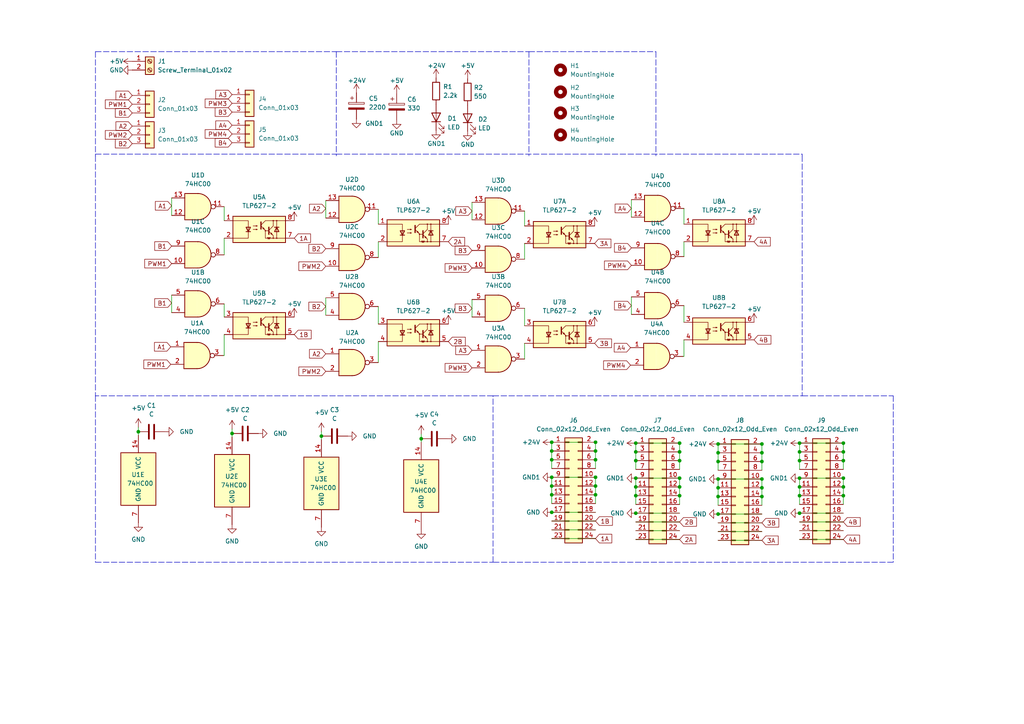
<source format=kicad_sch>
(kicad_sch (version 20211123) (generator eeschema)
  (paper "A4")
  (lib_symbols
    (symbol "74xx:74HC00" (pin_names (offset 1.016))
      (property "Reference" "U" (at 0 1.27 0))
      (property "Value" "74HC00" (at 0 -1.27 0))
      (symbol "74HC00_1_1"
        (pin input line (at -7.62 2.54 0) (length 3.81) (name "~") (number "1"))
        (pin input line (at -7.62 -2.54 0) (length 3.81) (name "~") (number "2"))
        (pin output inverted (at 7.62 0 180) (length 3.81) (name "~") (number "3"))
      )
      (symbol "74HC00_1_2"
        (pin input inverted (at -7.62 2.54 0) (length 4.318) (name "~") (number "1"))
        (pin input inverted (at -7.62 -2.54 0) (length 4.318) (name "~") (number "2"))
        (pin output line (at 7.62 0 180) (length 3.81) (name "~") (number "3"))
      )
      (symbol "74HC00_2_1"
        (pin input line (at -7.62 2.54 0) (length 3.81) (name "~") (number "4"))
        (pin input line (at -7.62 -2.54 0) (length 3.81) (name "~") (number "5"))
        (pin output inverted (at 7.62 0 180) (length 3.81) (name "~") (number "6"))
      )
      (symbol "74HC00_2_2"
        (pin input inverted (at -7.62 2.54 0) (length 4.318) (name "~") (number "4"))
        (pin input inverted (at -7.62 -2.54 0) (length 4.318) (name "~") (number "5"))
        (pin output line (at 7.62 0 180) (length 3.81) (name "~") (number "6"))
      )
      (symbol "74HC00_3_1"
        (pin input line (at -7.62 -2.54 0) (length 3.81) (name "~") (number "10"))
        (pin output inverted (at 7.62 0 180) (length 3.81) (name "~") (number "8"))
        (pin input line (at -7.62 2.54 0) (length 3.81) (name "~") (number "9"))
      )
      (symbol "74HC00_3_2"
        (pin input inverted (at -7.62 -2.54 0) (length 4.318) (name "~") (number "10"))
        (pin output line (at 7.62 0 180) (length 3.81) (name "~") (number "8"))
        (pin input inverted (at -7.62 2.54 0) (length 4.318) (name "~") (number "9"))
      )
      (symbol "74HC00_4_1"
        (pin output inverted (at 7.62 0 180) (length 3.81) (name "~") (number "11"))
        (pin input line (at -7.62 2.54 0) (length 3.81) (name "~") (number "12"))
        (pin input line (at -7.62 -2.54 0) (length 3.81) (name "~") (number "13"))
      )
      (symbol "74HC00_4_2"
        (pin output line (at 7.62 0 180) (length 3.81) (name "~") (number "11"))
        (pin input inverted (at -7.62 2.54 0) (length 4.318) (name "~") (number "12"))
        (pin input inverted (at -7.62 -2.54 0) (length 4.318) (name "~") (number "13"))
      )
      (symbol "74HC00_5_0"
        (pin power_in line (at 0 12.7 270) (length 5.08) (name "VCC") (number "14"))
        (pin power_in line (at 0 -12.7 90) (length 5.08) (name "GND") (number "7"))
      )
    )
    (symbol "Connector:Screw_Terminal_01x02" (pin_names (offset 1.016) hide)
      (property "Reference" "J" (at 0 2.54 0))
      (property "Value" "Screw_Terminal_01x02" (at 0 -5.08 0))
      (symbol "Screw_Terminal_01x02_1_1"
        (pin passive line (at -5.08 0 0) (length 3.81) (name "Pin_1") (number "1"))
        (pin passive line (at -5.08 -2.54 0) (length 3.81) (name "Pin_2") (number "2"))
      )
    )
    (symbol "Connector_Generic:Conn_01x03" (pin_names (offset 1.016) hide)
      (property "Reference" "J" (at 0 5.08 0))
      (property "Value" "Conn_01x03" (at 0 -5.08 0))
      (symbol "Conn_01x03_1_1"
        (pin passive line (at -5.08 2.54 0) (length 3.81) (name "Pin_1") (number "1"))
        (pin passive line (at -5.08 0 0) (length 3.81) (name "Pin_2") (number "2"))
        (pin passive line (at -5.08 -2.54 0) (length 3.81) (name "Pin_3") (number "3"))
      )
    )
    (symbol "Connector_Generic:Conn_02x12_Odd_Even" (pin_names (offset 1.016) hide)
      (property "Reference" "J" (at 1.27 15.24 0))
      (property "Value" "Conn_02x12_Odd_Even" (at 1.27 -17.78 0))
      (symbol "Conn_02x12_Odd_Even_1_1"
        (pin passive line (at -5.08 12.7 0) (length 3.81) (name "Pin_1") (number "1"))
        (pin passive line (at 7.62 2.54 180) (length 3.81) (name "Pin_10") (number "10"))
        (pin passive line (at -5.08 0 0) (length 3.81) (name "Pin_11") (number "11"))
        (pin passive line (at 7.62 0 180) (length 3.81) (name "Pin_12") (number "12"))
        (pin passive line (at -5.08 -2.54 0) (length 3.81) (name "Pin_13") (number "13"))
        (pin passive line (at 7.62 -2.54 180) (length 3.81) (name "Pin_14") (number "14"))
        (pin passive line (at -5.08 -5.08 0) (length 3.81) (name "Pin_15") (number "15"))
        (pin passive line (at 7.62 -5.08 180) (length 3.81) (name "Pin_16") (number "16"))
        (pin passive line (at -5.08 -7.62 0) (length 3.81) (name "Pin_17") (number "17"))
        (pin passive line (at 7.62 -7.62 180) (length 3.81) (name "Pin_18") (number "18"))
        (pin passive line (at -5.08 -10.16 0) (length 3.81) (name "Pin_19") (number "19"))
        (pin passive line (at 7.62 12.7 180) (length 3.81) (name "Pin_2") (number "2"))
        (pin passive line (at 7.62 -10.16 180) (length 3.81) (name "Pin_20") (number "20"))
        (pin passive line (at -5.08 -12.7 0) (length 3.81) (name "Pin_21") (number "21"))
        (pin passive line (at 7.62 -12.7 180) (length 3.81) (name "Pin_22") (number "22"))
        (pin passive line (at -5.08 -15.24 0) (length 3.81) (name "Pin_23") (number "23"))
        (pin passive line (at 7.62 -15.24 180) (length 3.81) (name "Pin_24") (number "24"))
        (pin passive line (at -5.08 10.16 0) (length 3.81) (name "Pin_3") (number "3"))
        (pin passive line (at 7.62 10.16 180) (length 3.81) (name "Pin_4") (number "4"))
        (pin passive line (at -5.08 7.62 0) (length 3.81) (name "Pin_5") (number "5"))
        (pin passive line (at 7.62 7.62 180) (length 3.81) (name "Pin_6") (number "6"))
        (pin passive line (at -5.08 5.08 0) (length 3.81) (name "Pin_7") (number "7"))
        (pin passive line (at 7.62 5.08 180) (length 3.81) (name "Pin_8") (number "8"))
        (pin passive line (at -5.08 2.54 0) (length 3.81) (name "Pin_9") (number "9"))
      )
    )
    (symbol "Device:C" (pin_numbers hide) (pin_names (offset 0.254))
      (property "Reference" "C" (at 0.635 2.54 0))
      (property "Value" "C" (at 0.635 -2.54 0))
      (symbol "C_1_1"
        (pin passive line (at 0 3.81 270) (length 2.794) (name "~") (number "1"))
        (pin passive line (at 0 -3.81 90) (length 2.794) (name "~") (number "2"))
      )
    )
    (symbol "Device:C_Polarized" (pin_numbers hide) (pin_names (offset 0.254))
      (property "Reference" "C" (at 0.635 2.54 0))
      (property "Value" "C_Polarized" (at 0.635 -2.54 0))
      (symbol "C_Polarized_1_1"
        (pin passive line (at 0 3.81 270) (length 2.794) (name "~") (number "1"))
        (pin passive line (at 0 -3.81 90) (length 2.794) (name "~") (number "2"))
      )
    )
    (symbol "Device:LED" (pin_numbers hide) (pin_names (offset 1.016) hide)
      (property "Reference" "D" (at 0 2.54 0))
      (property "Value" "LED" (at 0 -2.54 0))
      (symbol "LED_1_1"
        (pin passive line (at -3.81 0 0) (length 2.54) (name "K") (number "1"))
        (pin passive line (at 3.81 0 180) (length 2.54) (name "A") (number "2"))
      )
    )
    (symbol "Device:R" (pin_numbers hide) (pin_names (offset 0))
      (property "Reference" "R" (at 2.032 0 90))
      (property "Value" "R" (at 0 0 90))
      (symbol "R_1_1"
        (pin passive line (at 0 3.81 270) (length 1.27) (name "~") (number "1"))
        (pin passive line (at 0 -3.81 90) (length 1.27) (name "~") (number "2"))
      )
    )
    (symbol "Isolator:TLP627-2" (pin_names (offset 1.016))
      (property "Reference" "U" (at -7.62 5.08 0))
      (property "Value" "TLP627-2" (at 0 5.08 0))
      (symbol "TLP627-2_1_1"
        (pin passive line (at -10.16 2.54 0) (length 2.54) (name "~") (number "1"))
        (pin passive line (at -10.16 -2.54 0) (length 2.54) (name "~") (number "2"))
        (pin passive line (at 10.16 -2.54 180) (length 2.54) (name "~") (number "7"))
        (pin passive line (at 10.16 2.54 180) (length 2.54) (name "~") (number "8"))
      )
      (symbol "TLP627-2_2_1"
        (pin passive line (at -10.16 2.54 0) (length 2.54) (name "~") (number "3"))
        (pin passive line (at -10.16 -2.54 0) (length 2.54) (name "~") (number "4"))
        (pin passive line (at 10.16 -2.54 180) (length 2.54) (name "~") (number "5"))
        (pin passive line (at 10.16 2.54 180) (length 2.54) (name "~") (number "6"))
      )
    )
    (symbol "Mechanical:MountingHole" (pin_names (offset 1.016))
      (property "Reference" "H" (at 0 5.08 0))
      (property "Value" "MountingHole" (at 0 3.175 0))
    )
    (symbol "power:+24V" (power) (pin_names (offset 0))
      (property "Value" "+24V" (at 0 3.556 0))
      (symbol "+24V_1_1"
        (pin power_in line (at 0 0 90) (length 0) hide (name "+24V") (number "1"))
      )
    )
    (symbol "power:+5V" (power) (pin_names (offset 0))
      (property "Value" "+5V" (at 0 3.556 0))
      (symbol "+5V_1_1"
        (pin power_in line (at 0 0 90) (length 0) hide (name "+5V") (number "1"))
      )
    )
    (symbol "power:GND" (power) (pin_names (offset 0))
      (property "Value" "GND" (at 0 -3.81 0))
      (symbol "GND_1_1"
        (pin power_in line (at 0 0 270) (length 0) hide (name "GND") (number "1"))
      )
    )
    (symbol "power:GND1" (power) (pin_names (offset 0))
      (property "Value" "GND1" (at 0 -3.81 0))
      (symbol "GND1_1_1"
        (pin power_in line (at 0 0 270) (length 0) hide (name "GND1") (number "1"))
      )
    )
  )
  (junction (at 208.28 138.938))
  (junction (at 208.28 131.318))
  (junction (at 231.902 128.524))
  (junction (at 220.98 133.858))
  (junction (at 67.31 125.73))
  (junction (at 184.404 131.064))
  (junction (at 160.02 138.43))
  (junction (at 244.602 133.604))
  (junction (at 122.174 127.254))
  (junction (at 172.72 143.51))
  (junction (at 172.72 138.43))
  (junction (at 160.02 130.81))
  (junction (at 208.28 149.098))
  (junction (at 231.902 133.604))
  (junction (at 231.902 148.844))
  (junction (at 197.104 133.604))
  (junction (at 231.902 131.064))
  (junction (at 244.602 131.064))
  (junction (at 208.28 128.778))
  (junction (at 160.02 140.97))
  (junction (at 172.72 130.81))
  (junction (at 172.72 140.97))
  (junction (at 197.104 138.684))
  (junction (at 160.02 128.27))
  (junction (at 172.72 128.27))
  (junction (at 184.404 138.684))
  (junction (at 184.404 128.524))
  (junction (at 184.404 143.764))
  (junction (at 40.132 125.222))
  (junction (at 208.28 144.018))
  (junction (at 184.404 148.844))
  (junction (at 160.02 143.51))
  (junction (at 244.602 143.764))
  (junction (at 172.72 133.35))
  (junction (at 244.602 141.224))
  (junction (at 184.404 133.604))
  (junction (at 197.104 141.224))
  (junction (at 220.98 144.018))
  (junction (at 220.98 141.478))
  (junction (at 231.902 141.224))
  (junction (at 93.218 126.492))
  (junction (at 231.902 143.764))
  (junction (at 197.104 131.064))
  (junction (at 208.28 141.478))
  (junction (at 231.902 138.684))
  (junction (at 184.404 141.224))
  (junction (at 220.98 131.318))
  (junction (at 160.02 148.59))
  (junction (at 160.02 133.35))
  (junction (at 197.104 143.764))
  (junction (at 208.28 133.858))
  (junction (at 220.98 128.778))
  (junction (at 197.104 128.524))
  (junction (at 244.602 138.684))
  (junction (at 220.98 138.938))
  (junction (at 244.602 128.524))
  (wire (pts (xy 160.02 128.27) (xy 160.02 130.81)))
  (wire (pts (xy 160.02 130.81) (xy 160.02 133.35)))
  (wire (pts (xy 208.28 133.858) (xy 208.28 136.398)))
  (wire (pts (xy 160.02 151.13) (xy 172.72 151.13)))
  (wire (pts (xy 197.104 138.684) (xy 197.104 141.224)))
  (wire (pts (xy 220.98 133.858) (xy 220.98 136.398)))
  (wire (pts (xy 40.132 123.952) (xy 40.132 125.222)))
  (wire (pts (xy 172.72 130.81) (xy 172.72 133.35)))
  (wire (pts (xy 65.024 69.088) (xy 65.024 73.914)))
  (wire (pts (xy 184.404 128.524) (xy 197.104 128.524)))
  (wire (pts (xy 184.404 141.224) (xy 184.404 143.764)))
  (wire (pts (xy 152.146 70.612) (xy 152.146 75.184)))
  (polyline (pts (xy 153.416 14.986) (xy 190.246 14.986)))
  (wire (pts (xy 184.404 128.524) (xy 184.404 131.064)))
  (wire (pts (xy 184.404 148.844) (xy 197.104 148.844)))
  (wire (pts (xy 208.28 151.638) (xy 220.98 151.638)))
  (wire (pts (xy 160.02 133.35) (xy 160.02 135.89)))
  (wire (pts (xy 160.02 138.43) (xy 160.02 140.97)))
  (polyline (pts (xy 143.002 163.068) (xy 143.002 114.808)))
  (wire (pts (xy 208.28 149.098) (xy 220.98 149.098)))
  (wire (pts (xy 49.784 85.598) (xy 49.784 90.678)))
  (wire (pts (xy 160.02 156.21) (xy 172.72 156.21)))
  (wire (pts (xy 172.72 140.97) (xy 172.72 143.51)))
  (wire (pts (xy 208.28 138.938) (xy 208.28 141.478)))
  (wire (pts (xy 65.024 88.138) (xy 65.024 91.948)))
  (wire (pts (xy 244.602 128.524) (xy 244.602 131.064)))
  (wire (pts (xy 197.104 128.524) (xy 197.104 131.064)))
  (wire (pts (xy 94.488 86.36) (xy 94.488 91.44)))
  (polyline (pts (xy 143.002 114.808) (xy 27.686 114.808)))
  (wire (pts (xy 183.134 57.912) (xy 183.134 62.992)))
  (polyline (pts (xy 27.686 45.212) (xy 27.686 114.808)))
  (wire (pts (xy 136.906 58.674) (xy 136.906 63.754)))
  (wire (pts (xy 49.784 57.404) (xy 49.784 62.484)))
  (wire (pts (xy 198.374 60.452) (xy 198.374 65.024)))
  (polyline (pts (xy 259.08 163.068) (xy 143.002 163.068)))
  (wire (pts (xy 160.02 153.67) (xy 172.72 153.67)))
  (wire (pts (xy 244.602 133.604) (xy 244.602 136.144)))
  (wire (pts (xy 244.602 143.764) (xy 244.602 146.304)))
  (wire (pts (xy 160.02 140.97) (xy 160.02 143.51)))
  (wire (pts (xy 65.024 59.944) (xy 65.024 64.008)))
  (polyline (pts (xy 27.686 114.808) (xy 27.686 163.068)))
  (wire (pts (xy 184.404 153.924) (xy 197.104 153.924)))
  (polyline (pts (xy 27.686 163.068) (xy 143.002 163.068)))
  (wire (pts (xy 208.28 128.778) (xy 208.28 131.318)))
  (wire (pts (xy 231.902 138.684) (xy 244.602 138.684)))
  (wire (pts (xy 198.374 103.378) (xy 198.12 103.378)))
  (wire (pts (xy 160.02 143.51) (xy 160.02 146.05)))
  (wire (pts (xy 65.024 97.028) (xy 65.024 103.124)))
  (wire (pts (xy 220.98 131.318) (xy 220.98 133.858)))
  (polyline (pts (xy 232.664 44.704) (xy 232.664 45.212)))
  (wire (pts (xy 220.98 141.478) (xy 220.98 144.018)))
  (polyline (pts (xy 153.416 14.986) (xy 153.416 45.212)))
  (wire (pts (xy 220.98 144.018) (xy 220.98 146.558)))
  (wire (pts (xy 197.104 141.224) (xy 197.104 143.764)))
  (polyline (pts (xy 97.536 44.704) (xy 232.664 44.704)))
  (wire (pts (xy 65.024 103.124) (xy 64.77 103.124)))
  (polyline (pts (xy 232.664 45.212) (xy 232.664 114.808)))
  (wire (pts (xy 109.728 99.06) (xy 109.728 105.156)))
  (wire (pts (xy 208.28 141.478) (xy 208.28 144.018)))
  (wire (pts (xy 122.174 127.254) (xy 122.174 128.27)))
  (wire (pts (xy 93.218 125.222) (xy 93.218 126.492)))
  (wire (pts (xy 197.104 133.604) (xy 197.104 136.144)))
  (wire (pts (xy 231.902 151.384) (xy 244.602 151.384)))
  (wire (pts (xy 208.28 144.018) (xy 208.28 146.558)))
  (wire (pts (xy 40.132 125.222) (xy 40.132 126.238)))
  (wire (pts (xy 220.98 128.778) (xy 220.98 131.318)))
  (wire (pts (xy 197.104 131.064) (xy 197.104 133.604)))
  (polyline (pts (xy 27.686 14.986) (xy 27.686 45.212)))
  (wire (pts (xy 172.72 143.51) (xy 172.72 146.05)))
  (wire (pts (xy 183.134 86.106) (xy 183.134 91.186)))
  (wire (pts (xy 152.146 99.568) (xy 152.146 104.14)))
  (wire (pts (xy 231.902 148.844) (xy 244.602 148.844)))
  (polyline (pts (xy 143.002 114.808) (xy 232.664 114.808)))
  (wire (pts (xy 152.146 89.408) (xy 152.146 94.488)))
  (wire (pts (xy 208.28 128.778) (xy 220.98 128.778)))
  (wire (pts (xy 93.218 126.492) (xy 93.218 127.508)))
  (wire (pts (xy 160.02 128.27) (xy 172.72 128.27)))
  (wire (pts (xy 231.902 141.224) (xy 231.902 143.764)))
  (wire (pts (xy 220.98 138.938) (xy 220.98 141.478)))
  (wire (pts (xy 198.374 98.552) (xy 198.374 103.378)))
  (wire (pts (xy 231.902 156.464) (xy 244.602 156.464)))
  (polyline (pts (xy 27.686 14.986) (xy 97.536 14.986)))
  (wire (pts (xy 231.902 128.524) (xy 244.602 128.524)))
  (wire (pts (xy 109.728 88.9) (xy 109.728 93.98)))
  (wire (pts (xy 122.174 125.984) (xy 122.174 127.254)))
  (polyline (pts (xy 97.536 14.986) (xy 153.416 14.986)))
  (wire (pts (xy 208.28 131.318) (xy 208.28 133.858)))
  (wire (pts (xy 198.374 70.104) (xy 198.374 74.422)))
  (wire (pts (xy 244.602 138.684) (xy 244.602 141.224)))
  (wire (pts (xy 184.404 156.464) (xy 197.104 156.464)))
  (wire (pts (xy 231.902 131.064) (xy 231.902 133.604)))
  (wire (pts (xy 244.602 131.064) (xy 244.602 133.604)))
  (wire (pts (xy 231.902 138.684) (xy 231.902 141.224)))
  (polyline (pts (xy 232.664 114.808) (xy 259.08 114.808)))
  (wire (pts (xy 231.902 128.524) (xy 231.902 131.064)))
  (wire (pts (xy 184.404 143.764) (xy 184.404 146.304)))
  (wire (pts (xy 197.104 143.764) (xy 197.104 146.304)))
  (wire (pts (xy 109.728 70.104) (xy 109.728 74.676)))
  (wire (pts (xy 109.728 60.706) (xy 109.728 65.024)))
  (wire (pts (xy 184.404 138.684) (xy 184.404 141.224)))
  (wire (pts (xy 172.72 138.43) (xy 172.72 140.97)))
  (wire (pts (xy 231.902 153.924) (xy 244.602 153.924)))
  (wire (pts (xy 160.02 138.43) (xy 172.72 138.43)))
  (wire (pts (xy 184.404 138.684) (xy 197.104 138.684)))
  (wire (pts (xy 67.31 124.46) (xy 67.31 125.73)))
  (wire (pts (xy 172.72 133.35) (xy 172.72 135.89)))
  (wire (pts (xy 231.902 143.764) (xy 231.902 146.304)))
  (polyline (pts (xy 97.536 14.986) (xy 97.536 45.212)))
  (wire (pts (xy 67.31 125.73) (xy 67.31 126.746)))
  (wire (pts (xy 172.72 128.27) (xy 172.72 130.81)))
  (wire (pts (xy 208.28 154.178) (xy 220.98 154.178)))
  (wire (pts (xy 160.02 148.59) (xy 172.72 148.59)))
  (wire (pts (xy 184.404 151.384) (xy 197.104 151.384)))
  (wire (pts (xy 208.28 156.718) (xy 220.98 156.718)))
  (wire (pts (xy 208.28 138.938) (xy 220.98 138.938)))
  (wire (pts (xy 184.404 131.064) (xy 184.404 133.604)))
  (wire (pts (xy 231.902 133.604) (xy 231.902 136.144)))
  (polyline (pts (xy 27.686 44.704) (xy 97.536 44.704)))
  (wire (pts (xy 152.146 61.214) (xy 152.146 65.532)))
  (wire (pts (xy 198.374 88.646) (xy 198.374 93.472)))
  (polyline (pts (xy 190.246 14.986) (xy 190.246 45.212)))
  (wire (pts (xy 184.404 133.604) (xy 184.404 136.144)))
  (polyline (pts (xy 259.08 114.808) (xy 259.08 163.068)))
  (wire (pts (xy 136.906 86.868) (xy 136.906 91.948)))
  (wire (pts (xy 94.488 58.166) (xy 94.488 63.246)))
  (wire (pts (xy 244.602 141.224) (xy 244.602 143.764)))
  (global_label "1B" (shape input) (at 85.344 97.028 0) (property "シート間のリファレンス" "${INTERSHEET_REFS}" (effects hide)))
  (global_label "PWM2" (shape input) (at 94.488 107.696 180) (property "Intersheet References" "${INTERSHEET_REFS}" (effects hide)))
  (global_label "B4" (shape input) (at 67.31 41.402 180) (property "シート間のリファレンス" "${INTERSHEET_REFS}" (effects hide)))
  (global_label "PWM2" (shape input) (at 94.488 77.216 180) (property "Intersheet References" "${INTERSHEET_REFS}" (effects hide)))
  (global_label "A1" (shape input) (at 49.784 59.69 180) (property "Intersheet References" "${INTERSHEET_REFS}" (effects hide)))
  (global_label "PWM1" (shape input) (at 49.53 105.664 180) (property "Intersheet References" "${INTERSHEET_REFS}" (effects hide)))
  (global_label "PWM1" (shape input) (at 38.354 30.226 180) (property "シート間のリファレンス" "${INTERSHEET_REFS}" (effects hide)))
  (global_label "1A" (shape input) (at 172.72 156.21 0) (property "Intersheet References" "${INTERSHEET_REFS}" (effects hide)))
  (global_label "1B" (shape input) (at 172.72 151.13 0) (property "Intersheet References" "${INTERSHEET_REFS}" (effects hide)))
  (global_label "2B" (shape input) (at 197.104 151.384 0) (property "Intersheet References" "${INTERSHEET_REFS}" (effects hide)))
  (global_label "PWM4" (shape input) (at 67.31 38.862 180) (property "シート間のリファレンス" "${INTERSHEET_REFS}" (effects hide)))
  (global_label "B4" (shape input) (at 183.134 88.646 180) (property "Intersheet References" "${INTERSHEET_REFS}" (effects hide)))
  (global_label "A1" (shape input) (at 38.354 27.686 180) (property "シート間のリファレンス" "${INTERSHEET_REFS}" (effects hide)))
  (global_label "A4" (shape input) (at 183.134 60.452 180) (property "Intersheet References" "${INTERSHEET_REFS}" (effects hide)))
  (global_label "B2" (shape input) (at 38.354 41.656 180) (property "シート間のリファレンス" "${INTERSHEET_REFS}" (effects hide)))
  (global_label "A4" (shape input) (at 67.31 36.322 180) (property "シート間のリファレンス" "${INTERSHEET_REFS}" (effects hide)))
  (global_label "PWM3" (shape input) (at 136.906 77.724 180) (property "Intersheet References" "${INTERSHEET_REFS}" (effects hide)))
  (global_label "A2" (shape input) (at 38.354 36.576 180) (property "シート間のリファレンス" "${INTERSHEET_REFS}" (effects hide)))
  (global_label "4B" (shape input) (at 218.694 98.552 0) (property "シート間のリファレンス" "${INTERSHEET_REFS}" (effects hide)))
  (global_label "B1" (shape input) (at 49.784 87.884 180) (property "シート間のリファレンス" "${INTERSHEET_REFS}" (effects hide)))
  (global_label "A2" (shape input) (at 94.488 60.4929 180) (property "Intersheet References" "${INTERSHEET_REFS}" (effects hide)))
  (global_label "B4" (shape input) (at 183.134 71.882 180) (property "Intersheet References" "${INTERSHEET_REFS}" (effects hide)))
  (global_label "A3" (shape input) (at 67.31 27.432 180) (property "シート間のリファレンス" "${INTERSHEET_REFS}" (effects hide)))
  (global_label "PWM4" (shape input) (at 182.88 105.918 180) (property "Intersheet References" "${INTERSHEET_REFS}" (effects hide)))
  (global_label "A3" (shape input) (at 136.906 101.6 180) (property "Intersheet References" "${INTERSHEET_REFS}" (effects hide)))
  (global_label "4B" (shape input) (at 244.602 151.384 0) (property "Intersheet References" "${INTERSHEET_REFS}" (effects hide)))
  (global_label "PWM2" (shape input) (at 38.354 39.116 180) (property "シート間のリファレンス" "${INTERSHEET_REFS}" (effects hide)))
  (global_label "A2" (shape input) (at 94.488 102.616 180) (property "Intersheet References" "${INTERSHEET_REFS}" (effects hide)))
  (global_label "4A" (shape input) (at 218.694 70.104 0) (property "シート間のリファレンス" "${INTERSHEET_REFS}" (effects hide)))
  (global_label "A4" (shape input) (at 182.88 100.838 180) (property "Intersheet References" "${INTERSHEET_REFS}" (effects hide)))
  (global_label "3B" (shape input) (at 220.98 151.638 0) (property "Intersheet References" "${INTERSHEET_REFS}" (effects hide)))
  (global_label "4A" (shape input) (at 244.602 156.464 0) (property "Intersheet References" "${INTERSHEET_REFS}" (effects hide)))
  (global_label "PWM1" (shape input) (at 49.784 76.454 180) (property "Intersheet References" "${INTERSHEET_REFS}" (effects hide)))
  (global_label "B3" (shape input) (at 136.906 72.644 180) (property "Intersheet References" "${INTERSHEET_REFS}" (effects hide)))
  (global_label "B1" (shape input) (at 38.354 32.766 180) (property "シート間のリファレンス" "${INTERSHEET_REFS}" (effects hide)))
  (global_label "2A" (shape input) (at 130.048 70.104 0) (property "シート間のリファレンス" "${INTERSHEET_REFS}" (effects hide)))
  (global_label "PWM4" (shape input) (at 183.134 76.962 180) (property "Intersheet References" "${INTERSHEET_REFS}" (effects hide)))
  (global_label "PWM3" (shape input) (at 67.31 29.972 180) (property "シート間のリファレンス" "${INTERSHEET_REFS}" (effects hide)))
  (global_label "A3" (shape input) (at 136.906 61.214 180) (property "Intersheet References" "${INTERSHEET_REFS}" (effects hide)))
  (global_label "A1" (shape input) (at 49.53 100.584 180) (property "Intersheet References" "${INTERSHEET_REFS}" (effects hide)))
  (global_label "B1" (shape input) (at 49.784 71.374 180) (property "シート間のリファレンス" "${INTERSHEET_REFS}" (effects hide)))
  (global_label "B2" (shape input) (at 94.488 88.9 180) (property "Intersheet References" "${INTERSHEET_REFS}" (effects hide)))
  (global_label "B3" (shape input) (at 136.906 89.4254 180) (property "Intersheet References" "${INTERSHEET_REFS}" (effects hide)))
  (global_label "B3" (shape input) (at 67.31 32.512 180) (property "シート間のリファレンス" "${INTERSHEET_REFS}" (effects hide)))
  (global_label "B2" (shape input) (at 94.488 72.136 180) (property "Intersheet References" "${INTERSHEET_REFS}" (effects hide)))
  (global_label "2B" (shape input) (at 130.048 99.06 0) (property "シート間のリファレンス" "${INTERSHEET_REFS}" (effects hide)))
  (global_label "3B" (shape input) (at 172.466 99.568 0) (property "シート間のリファレンス" "${INTERSHEET_REFS}" (effects hide)))
  (global_label "1A" (shape input) (at 85.344 69.088 0) (property "シート間のリファレンス" "${INTERSHEET_REFS}" (effects hide)))
  (global_label "3A" (shape input) (at 172.466 70.612 0) (property "シート間のリファレンス" "${INTERSHEET_REFS}" (effects hide)))
  (global_label "2A" (shape input) (at 197.104 156.464 0) (property "Intersheet References" "${INTERSHEET_REFS}" (effects hide)))
  (global_label "PWM3" (shape input) (at 136.906 106.68 180) (property "Intersheet References" "${INTERSHEET_REFS}" (effects hide)))
  (global_label "3A" (shape input) (at 220.98 156.718 0) (property "Intersheet References" "${INTERSHEET_REFS}" (effects hide)))
  (symbol (lib_id "power:GND") (at 122.174 153.67 0) (unit 1)
    (property "Reference" "#PWR0136" (effects hide))
    (property "Value" "GND" (at 122.174 158.496 0))
  )
  (symbol (lib_id "power:GND1") (at 103.378 34.544 0) (unit 1)
    (property "Reference" "#PWR0121" (effects hide))
    (property "Value" "GND1" (at 105.918 35.8139 0) (effects (justify left)))
  )
  (symbol (lib_id "power:+5V") (at 172.466 94.488 0) (unit 1)
    (property "Reference" "#PWR0117" (effects hide))
    (property "Value" "+5V" (at 172.466 90.678 0))
  )
  (symbol (lib_id "power:+5V") (at 85.344 64.008 0) (unit 1)
    (property "Reference" "#PWR0141" (effects hide))
    (property "Value" "+5V" (at 85.344 60.198 0))
  )
  (symbol (lib_id "Isolator:TLP627-2") (at 162.306 97.028 0) (unit 2)
    (property "Reference" "U7" (at 162.306 87.63 0))
    (property "Value" "TLP627-2" (at 162.306 90.17 0))
    (property "Footprint" "Package_DIP:DIP-8_W7.62mm" (effects hide))
    (property "Datasheet" "https://toshiba.semicon-storage.com/info/docget.jsp?did=16914&prodName=TLP627" (effects hide))
  )
  (symbol (lib_id "74xx:74HC00") (at 57.15 103.124 0) (unit 1)
    (property "Reference" "U1" (at 57.15 93.726 0))
    (property "Value" "74HC00" (at 57.15 96.266 0))
    (property "Footprint" "Package_DIP:DIP-14_W7.62mm" (effects hide))
    (property "Datasheet" "http://www.ti.com/lit/gpn/sn74hc00" (effects hide))
  )
  (symbol (lib_id "power:+5V") (at 40.132 123.952 0) (unit 1)
    (property "Reference" "#PWR0134" (effects hide))
    (property "Value" "+5V" (at 40.132 118.364 0))
  )
  (symbol (lib_id "Device:LED") (at 135.636 34.29 90) (unit 1)
    (property "Reference" "D2" (at 138.684 34.6074 90) (effects (justify right)))
    (property "Value" "LED" (at 138.684 37.1474 90) (effects (justify right)))
    (property "Footprint" "LED_THT:LED_D3.0mm" (effects hide))
  )
  (symbol (lib_id "74xx:74HC00") (at 57.404 88.138 0) (mirror x) (unit 2)
    (property "Reference" "U1" (at 57.404 78.994 0))
    (property "Value" "74HC00" (at 57.404 81.534 0))
    (property "Footprint" "Package_DIP:DIP-14_W7.62mm" (effects hide))
    (property "Datasheet" "http://www.ti.com/lit/gpn/sn74hc00" (effects hide))
  )
  (symbol (lib_id "Isolator:TLP627-2") (at 162.306 68.072 0) (unit 1)
    (property "Reference" "U7" (at 162.306 58.42 0))
    (property "Value" "TLP627-2" (at 162.306 60.96 0))
    (property "Footprint" "Package_DIP:DIP-8_W7.62mm" (effects hide))
    (property "Datasheet" "https://toshiba.semicon-storage.com/info/docget.jsp?did=16914&prodName=TLP627" (effects hide))
  )
  (symbol (lib_id "Device:LED") (at 126.492 34.036 90) (unit 1)
    (property "Reference" "D1" (at 129.794 34.3534 90) (effects (justify right)))
    (property "Value" "LED" (at 129.794 36.8934 90) (effects (justify right)))
    (property "Footprint" "LED_THT:LED_D3.0mm" (effects hide))
  )
  (symbol (lib_id "power:GND") (at 135.636 38.1 0) (unit 1)
    (property "Reference" "#PWR0124" (effects hide))
    (property "Value" "GND" (at 135.636 41.91 0))
  )
  (symbol (lib_id "Device:C") (at 97.028 126.492 90) (unit 1)
    (property "Reference" "C3" (at 97.028 118.872 90))
    (property "Value" "C" (at 97.028 121.412 90))
    (property "Footprint" "Capacitor_THT:C_Disc_D9.0mm_W2.5mm_P5.00mm" (effects hide))
  )
  (symbol (lib_id "74xx:74HC00") (at 144.526 104.14 0) (unit 1)
    (property "Reference" "U3" (at 144.526 95.25 0))
    (property "Value" "74HC00" (at 144.526 97.79 0))
    (property "Footprint" "Package_DIP:DIP-14_W7.62mm" (effects hide))
    (property "Datasheet" "http://www.ti.com/lit/gpn/sn74hc00" (effects hide))
  )
  (symbol (lib_id "Isolator:TLP627-2") (at 208.534 67.564 0) (unit 1)
    (property "Reference" "U8" (at 208.534 58.42 0))
    (property "Value" "TLP627-2" (at 208.534 60.96 0))
    (property "Footprint" "Package_DIP:DIP-8_W7.62mm" (effects hide))
    (property "Datasheet" "https://toshiba.semicon-storage.com/info/docget.jsp?did=16914&prodName=TLP627" (effects hide))
  )
  (symbol (lib_id "Connector_Generic:Conn_02x12_Odd_Even") (at 165.1 140.97 0) (unit 1)
    (property "Reference" "J6" (at 166.37 121.92 0))
    (property "Value" "Conn_02x12_Odd_Even" (at 166.37 124.46 0))
    (property "Footprint" "Connector_PinHeader_2.54mm:PinHeader_2x12_P2.54mm_Vertical" (effects hide))
  )
  (symbol (lib_id "power:GND1") (at 208.28 138.938 270) (unit 1)
    (property "Reference" "#PWR0104" (effects hide))
    (property "Value" "GND1" (at 204.978 138.9379 90) (effects (justify right)))
  )
  (symbol (lib_id "power:+5V") (at 172.466 65.532 0) (unit 1)
    (property "Reference" "#PWR0118" (effects hide))
    (property "Value" "+5V" (at 172.466 61.722 0))
  )
  (symbol (lib_id "power:+5V") (at 130.048 65.024 0) (unit 1)
    (property "Reference" "#PWR0123" (effects hide))
    (property "Value" "+5V" (at 130.048 61.214 0))
  )
  (symbol (lib_id "74xx:74HC00") (at 102.108 105.156 0) (unit 1)
    (property "Reference" "U2" (at 102.108 96.52 0))
    (property "Value" "74HC00" (at 102.108 99.06 0))
    (property "Footprint" "Package_DIP:DIP-14_W7.62mm" (effects hide))
    (property "Datasheet" "http://www.ti.com/lit/gpn/sn74hc00" (effects hide))
  )
  (symbol (lib_id "Connector_Generic:Conn_02x12_Odd_Even") (at 213.36 141.478 0) (unit 1)
    (property "Reference" "J8" (at 214.63 121.92 0))
    (property "Value" "Conn_02x12_Odd_Even" (at 214.63 124.46 0))
    (property "Footprint" "Connector_PinHeader_2.54mm:PinHeader_2x12_P2.54mm_Vertical" (effects hide))
  )
  (symbol (lib_id "Isolator:TLP627-2") (at 119.888 96.52 0) (unit 2)
    (property "Reference" "U6" (at 119.888 87.63 0))
    (property "Value" "TLP627-2" (at 119.888 90.17 0))
    (property "Footprint" "Package_DIP:DIP-8_W7.62mm" (effects hide))
    (property "Datasheet" "https://toshiba.semicon-storage.com/info/docget.jsp?did=16914&prodName=TLP627" (effects hide))
  )
  (symbol (lib_id "power:GND") (at 74.93 125.73 90) (unit 1)
    (property "Reference" "#PWR0132" (effects hide))
    (property "Value" "GND" (at 79.248 125.7299 90) (effects (justify right)))
  )
  (symbol (lib_id "74xx:74HC00") (at 93.218 140.208 0) (unit 5)
    (property "Reference" "U3" (at 91.186 138.938 0) (effects (justify left)))
    (property "Value" "74HC00" (at 89.916 141.478 0) (effects (justify left)))
    (property "Footprint" "Package_DIP:DIP-14_W7.62mm" (effects hide))
    (property "Datasheet" "http://www.ti.com/lit/gpn/sn74hc00" (effects hide))
  )
  (symbol (lib_id "74xx:74HC00") (at 102.108 88.9 0) (mirror x) (unit 2)
    (property "Reference" "U2" (at 102.108 80.264 0))
    (property "Value" "74HC00" (at 102.108 82.804 0))
    (property "Footprint" "Package_DIP:DIP-14_W7.62mm" (effects hide))
    (property "Datasheet" "http://www.ti.com/lit/gpn/sn74hc00" (effects hide))
  )
  (symbol (lib_id "74xx:74HC00") (at 102.108 60.706 0) (mirror x) (unit 4)
    (property "Reference" "U2" (at 102.108 52.07 0))
    (property "Value" "74HC00" (at 102.108 54.61 0))
    (property "Footprint" "Package_DIP:DIP-14_W7.62mm" (effects hide))
    (property "Datasheet" "http://www.ti.com/lit/gpn/sn74hc00" (effects hide))
  )
  (symbol (lib_id "power:+24V") (at 103.378 26.924 0) (unit 1)
    (property "Reference" "#PWR0119" (effects hide))
    (property "Value" "+24V" (at 100.838 23.368 0) (effects (justify left)))
  )
  (symbol (lib_id "power:GND") (at 100.838 126.492 90) (unit 1)
    (property "Reference" "#PWR0133" (effects hide))
    (property "Value" "GND" (at 105.156 126.4919 90) (effects (justify right)))
  )
  (symbol (lib_id "power:GND") (at 129.794 127.254 90) (unit 1)
    (property "Reference" "#PWR0115" (effects hide))
    (property "Value" "GND" (at 134.112 127.2539 90) (effects (justify right)))
  )
  (symbol (lib_id "Device:C") (at 71.12 125.73 90) (unit 1)
    (property "Reference" "C2" (at 71.12 118.872 90))
    (property "Value" "C" (at 71.12 121.412 90))
    (property "Footprint" "Capacitor_THT:C_Disc_D9.0mm_W2.5mm_P5.00mm" (effects hide))
  )
  (symbol (lib_id "74xx:74HC00") (at 144.526 89.408 0) (mirror x) (unit 2)
    (property "Reference" "U3" (at 144.526 80.264 0))
    (property "Value" "74HC00" (at 144.526 82.804 0))
    (property "Footprint" "Package_DIP:DIP-14_W7.62mm" (effects hide))
    (property "Datasheet" "http://www.ti.com/lit/gpn/sn74hc00" (effects hide))
  )
  (symbol (lib_id "power:+5V") (at 93.218 125.222 0) (unit 1)
    (property "Reference" "#PWR0131" (effects hide))
    (property "Value" "+5V" (at 93.218 119.634 0))
  )
  (symbol (lib_id "power:+24V") (at 160.02 128.27 90) (unit 1)
    (property "Reference" "#PWR0114" (effects hide))
    (property "Value" "+24V" (at 156.718 128.2699 90) (effects (justify left)))
  )
  (symbol (lib_id "74xx:74HC00") (at 144.526 61.214 0) (mirror x) (unit 4)
    (property "Reference" "U3" (at 144.526 52.324 0))
    (property "Value" "74HC00" (at 144.526 54.864 0))
    (property "Footprint" "Package_DIP:DIP-14_W7.62mm" (effects hide))
    (property "Datasheet" "http://www.ti.com/lit/gpn/sn74hc00" (effects hide))
  )
  (symbol (lib_id "Mechanical:MountingHole") (at 162.56 32.766 0) (unit 1)
    (property "Reference" "H3" (at 165.354 31.4959 0) (effects (justify left)))
    (property "Value" "MountingHole" (at 165.354 34.0359 0) (effects (justify left)))
    (property "Footprint" "MountingHole:MountingHole_3.2mm_M3" (effects hide))
  )
  (symbol (lib_id "Connector_Generic:Conn_01x03") (at 43.434 30.226 0) (unit 1)
    (property "Reference" "J2" (at 45.72 28.9559 0) (effects (justify left)))
    (property "Value" "Conn_01x03" (at 45.72 31.4959 0) (effects (justify left)))
    (property "Footprint" "Connector_PinSocket_2.54mm:PinSocket_1x03_P2.54mm_Vertical" (effects hide))
  )
  (symbol (lib_id "Mechanical:MountingHole") (at 162.56 26.67 0) (unit 1)
    (property "Reference" "H2" (at 165.354 25.3999 0) (effects (justify left)))
    (property "Value" "MountingHole" (at 165.354 27.9399 0) (effects (justify left)))
    (property "Footprint" "MountingHole:MountingHole_3.2mm_M3" (effects hide))
  )
  (symbol (lib_id "Device:R") (at 135.636 26.67 0) (unit 1)
    (property "Reference" "R2" (at 137.414 25.3999 0) (effects (justify left)))
    (property "Value" "550" (at 137.414 27.9399 0) (effects (justify left)))
    (property "Footprint" "Resistor_THT:R_Axial_DIN0207_L6.3mm_D2.5mm_P10.16mm_Horizontal" (effects hide))
  )
  (symbol (lib_id "Device:C") (at 125.984 127.254 90) (unit 1)
    (property "Reference" "C4" (at 125.984 120.142 90))
    (property "Value" "C" (at 125.984 122.682 90))
    (property "Footprint" "Capacitor_THT:C_Disc_D9.0mm_W2.5mm_P5.00mm" (effects hide))
  )
  (symbol (lib_id "Device:R") (at 126.492 26.416 0) (unit 1)
    (property "Reference" "R1" (at 128.524 25.1459 0) (effects (justify left)))
    (property "Value" "2.2k" (at 128.524 27.6859 0) (effects (justify left)))
    (property "Footprint" "Resistor_THT:R_Axial_DIN0207_L6.3mm_D2.5mm_P10.16mm_Horizontal" (effects hide))
  )
  (symbol (lib_id "power:GND") (at 115.062 34.798 0) (unit 1)
    (property "Reference" "#PWR0120" (effects hide))
    (property "Value" "GND" (at 115.062 38.608 0))
  )
  (symbol (lib_id "power:GND1") (at 126.492 37.846 0) (unit 1)
    (property "Reference" "#PWR0125" (effects hide))
    (property "Value" "GND1" (at 123.952 41.656 0) (effects (justify left)))
  )
  (symbol (lib_id "74xx:74HC00") (at 40.132 138.938 0) (unit 5)
    (property "Reference" "U1" (at 38.1 137.668 0) (effects (justify left)))
    (property "Value" "74HC00" (at 36.83 140.208 0) (effects (justify left)))
    (property "Footprint" "Package_DIP:DIP-14_W7.62mm" (effects hide))
    (property "Datasheet" "http://www.ti.com/lit/gpn/sn74hc00" (effects hide))
  )
  (symbol (lib_id "Isolator:TLP627-2") (at 75.184 66.548 0) (unit 1)
    (property "Reference" "U5" (at 75.184 57.15 0))
    (property "Value" "TLP627-2" (at 75.184 59.69 0))
    (property "Footprint" "Package_DIP:DIP-8_W7.62mm" (effects hide))
    (property "Datasheet" "https://toshiba.semicon-storage.com/info/docget.jsp?did=16914&prodName=TLP627" (effects hide))
  )
  (symbol (lib_id "power:GND") (at 231.902 148.844 270) (unit 1)
    (property "Reference" "#PWR0107" (effects hide))
    (property "Value" "GND" (at 228.6 148.8439 90) (effects (justify right)))
  )
  (symbol (lib_id "Isolator:TLP627-2") (at 75.184 94.488 0) (unit 2)
    (property "Reference" "U5" (at 75.184 85.09 0))
    (property "Value" "TLP627-2" (at 75.184 87.63 0))
    (property "Footprint" "Package_DIP:DIP-8_W7.62mm" (effects hide))
    (property "Datasheet" "https://toshiba.semicon-storage.com/info/docget.jsp?did=16914&prodName=TLP627" (effects hide))
  )
  (symbol (lib_id "power:GND") (at 40.132 151.638 0) (unit 1)
    (property "Reference" "#PWR0135" (effects hide))
    (property "Value" "GND" (at 40.132 156.464 0))
  )
  (symbol (lib_id "74xx:74HC00") (at 190.754 60.452 0) (mirror x) (unit 4)
    (property "Reference" "U4" (at 190.754 51.054 0))
    (property "Value" "74HC00" (at 190.754 53.594 0))
    (property "Footprint" "Package_DIP:DIP-14_W7.62mm" (effects hide))
    (property "Datasheet" "http://www.ti.com/lit/gpn/sn74hc00" (effects hide))
  )
  (symbol (lib_id "power:GND1") (at 184.404 138.684 270) (unit 1)
    (property "Reference" "#PWR0102" (effects hide))
    (property "Value" "GND1" (at 181.102 138.6839 90) (effects (justify right)))
  )
  (symbol (lib_id "74xx:74HC00") (at 102.108 74.676 0) (unit 3)
    (property "Reference" "U2" (at 102.108 65.786 0))
    (property "Value" "74HC00" (at 102.108 68.326 0))
    (property "Footprint" "Package_DIP:DIP-14_W7.62mm" (effects hide))
    (property "Datasheet" "http://www.ti.com/lit/gpn/sn74hc00" (effects hide))
  )
  (symbol (lib_id "power:+5V") (at 130.048 93.98 0) (unit 1)
    (property "Reference" "#PWR0116" (effects hide))
    (property "Value" "+5V" (at 130.048 90.17 0))
  )
  (symbol (lib_id "74xx:74HC00") (at 122.174 140.97 0) (unit 5)
    (property "Reference" "U4" (at 120.142 139.7 0) (effects (justify left)))
    (property "Value" "74HC00" (at 118.872 142.24 0) (effects (justify left)))
    (property "Footprint" "Package_DIP:DIP-14_W7.62mm" (effects hide))
    (property "Datasheet" "http://www.ti.com/lit/gpn/sn74hc00" (effects hide))
  )
  (symbol (lib_id "74xx:74HC00") (at 57.404 59.944 0) (mirror x) (unit 4)
    (property "Reference" "U1" (at 57.404 50.8 0))
    (property "Value" "74HC00" (at 57.404 53.34 0))
    (property "Footprint" "Package_DIP:DIP-14_W7.62mm" (effects hide))
    (property "Datasheet" "http://www.ti.com/lit/gpn/sn74hc00" (effects hide))
  )
  (symbol (lib_id "power:GND") (at 67.31 152.146 0) (unit 1)
    (property "Reference" "#PWR0137" (effects hide))
    (property "Value" "GND" (at 67.31 156.972 0))
  )
  (symbol (lib_id "power:+5V") (at 135.636 22.86 0) (unit 1)
    (property "Reference" "#PWR0127" (effects hide))
    (property "Value" "+5V" (at 135.636 19.05 0))
  )
  (symbol (lib_id "74xx:74HC00") (at 67.31 139.446 0) (unit 5)
    (property "Reference" "U2" (at 65.278 138.176 0) (effects (justify left)))
    (property "Value" "74HC00" (at 64.008 140.716 0) (effects (justify left)))
    (property "Footprint" "Package_DIP:DIP-14_W7.62mm" (effects hide))
    (property "Datasheet" "http://www.ti.com/lit/gpn/sn74hc00" (effects hide))
  )
  (symbol (lib_id "power:+5V") (at 38.354 17.78 90) (unit 1)
    (property "Reference" "#PWR0129" (effects hide))
    (property "Value" "+5V" (at 31.75 17.78 90) (effects (justify right)))
  )
  (symbol (lib_id "power:+24V") (at 184.404 128.524 90) (unit 1)
    (property "Reference" "#PWR0101" (effects hide))
    (property "Value" "+24V" (at 181.102 128.5239 90) (effects (justify left)))
  )
  (symbol (lib_id "74xx:74HC00") (at 190.754 88.646 0) (mirror x) (unit 2)
    (property "Reference" "U4" (at 190.754 78.994 0))
    (property "Value" "74HC00" (at 190.754 81.534 0))
    (property "Footprint" "Package_DIP:DIP-14_W7.62mm" (effects hide))
    (property "Datasheet" "http://www.ti.com/lit/gpn/sn74hc00" (effects hide))
  )
  (symbol (lib_id "power:+5V") (at 115.062 27.178 0) (unit 1)
    (property "Reference" "#PWR0122" (effects hide))
    (property "Value" "+5V" (at 115.062 23.368 0))
  )
  (symbol (lib_id "power:GND1") (at 160.02 138.43 270) (unit 1)
    (property "Reference" "#PWR0113" (effects hide))
    (property "Value" "GND1" (at 156.718 138.4299 90) (effects (justify right)))
  )
  (symbol (lib_id "Connector_Generic:Conn_02x12_Odd_Even") (at 236.982 141.224 0) (unit 1)
    (property "Reference" "J9" (at 238.252 121.92 0))
    (property "Value" "Conn_02x12_Odd_Even" (at 238.252 124.46 0))
    (property "Footprint" "Connector_PinHeader_2.54mm:PinHeader_2x12_P2.54mm_Vertical" (effects hide))
  )
  (symbol (lib_id "power:GND1") (at 231.902 138.684 270) (unit 1)
    (property "Reference" "#PWR0106" (effects hide))
    (property "Value" "GND1" (at 228.6 138.6839 90) (effects (justify right)))
  )
  (symbol (lib_id "power:GND") (at 184.404 148.844 270) (unit 1)
    (property "Reference" "#PWR0109" (effects hide))
    (property "Value" "GND" (at 181.102 148.8439 90) (effects (justify right)))
  )
  (symbol (lib_id "power:GND") (at 208.28 149.098 270) (unit 1)
    (property "Reference" "#PWR0108" (effects hide))
    (property "Value" "GND" (at 204.978 149.0979 90) (effects (justify right)))
  )
  (symbol (lib_id "Connector_Generic:Conn_01x03") (at 43.434 39.116 0) (unit 1)
    (property "Reference" "J3" (at 45.72 37.8459 0) (effects (justify left)))
    (property "Value" "Conn_01x03" (at 45.72 40.3859 0) (effects (justify left)))
    (property "Footprint" "Connector_PinSocket_2.54mm:PinSocket_1x03_P2.54mm_Vertical" (effects hide))
  )
  (symbol (lib_id "74xx:74HC00") (at 190.5 103.378 0) (unit 1)
    (property "Reference" "U4" (at 190.5 93.98 0))
    (property "Value" "74HC00" (at 190.5 96.52 0))
    (property "Footprint" "Package_DIP:DIP-14_W7.62mm" (effects hide))
    (property "Datasheet" "http://www.ti.com/lit/gpn/sn74hc00" (effects hide))
  )
  (symbol (lib_id "Isolator:TLP627-2") (at 208.534 96.012 0) (unit 2)
    (property "Reference" "U8" (at 208.534 86.36 0))
    (property "Value" "TLP627-2" (at 208.534 88.9 0))
    (property "Footprint" "Package_DIP:DIP-8_W7.62mm" (effects hide))
    (property "Datasheet" "https://toshiba.semicon-storage.com/info/docget.jsp?did=16914&prodName=TLP627" (effects hide))
  )
  (symbol (lib_id "power:+5V") (at 85.344 91.948 0) (unit 1)
    (property "Reference" "#PWR0142" (effects hide))
    (property "Value" "+5V" (at 85.344 88.138 0))
  )
  (symbol (lib_id "power:+24V") (at 126.492 22.606 0) (unit 1)
    (property "Reference" "#PWR0126" (effects hide))
    (property "Value" "+24V" (at 123.952 19.05 0) (effects (justify left)))
  )
  (symbol (lib_id "power:+24V") (at 208.28 128.778 90) (unit 1)
    (property "Reference" "#PWR0103" (effects hide))
    (property "Value" "+24V" (at 204.978 128.7779 90) (effects (justify left)))
  )
  (symbol (lib_id "power:GND") (at 47.752 125.222 90) (unit 1)
    (property "Reference" "#PWR0140" (effects hide))
    (property "Value" "GND" (at 52.07 125.2219 90) (effects (justify right)))
  )
  (symbol (lib_id "power:+5V") (at 218.694 93.472 0) (unit 1)
    (property "Reference" "#PWR0110" (effects hide))
    (property "Value" "+5V" (at 218.694 89.662 0))
  )
  (symbol (lib_id "Isolator:TLP627-2") (at 119.888 67.564 0) (unit 1)
    (property "Reference" "U6" (at 119.888 58.42 0))
    (property "Value" "TLP627-2" (at 119.888 60.96 0))
    (property "Footprint" "Package_DIP:DIP-8_W7.62mm" (effects hide))
    (property "Datasheet" "https://toshiba.semicon-storage.com/info/docget.jsp?did=16914&prodName=TLP627" (effects hide))
  )
  (symbol (lib_id "power:+24V") (at 231.902 128.524 90) (unit 1)
    (property "Reference" "#PWR0105" (effects hide))
    (property "Value" "+24V" (at 228.6 128.5239 90) (effects (justify left)))
  )
  (symbol (lib_id "power:+5V") (at 122.174 125.984 0) (unit 1)
    (property "Reference" "#PWR0130" (effects hide))
    (property "Value" "+5V" (at 122.174 120.396 0))
  )
  (symbol (lib_id "power:GND") (at 38.354 20.32 270) (unit 1)
    (property "Reference" "#PWR0128" (effects hide))
    (property "Value" "GND" (at 31.75 20.32 90) (effects (justify left)))
  )
  (symbol (lib_id "Mechanical:MountingHole") (at 162.56 39.116 0) (unit 1)
    (property "Reference" "H4" (at 165.354 37.8459 0) (effects (justify left)))
    (property "Value" "MountingHole" (at 165.354 40.3859 0) (effects (justify left)))
    (property "Footprint" "MountingHole:MountingHole_3.2mm_M3" (effects hide))
  )
  (symbol (lib_id "Connector_Generic:Conn_01x03") (at 72.39 29.972 0) (unit 1)
    (property "Reference" "J4" (at 74.93 28.7019 0) (effects (justify left)))
    (property "Value" "Conn_01x03" (at 74.93 31.2419 0) (effects (justify left)))
    (property "Footprint" "Connector_PinSocket_2.54mm:PinSocket_1x03_P2.54mm_Vertical" (effects hide))
  )
  (symbol (lib_id "Device:C") (at 43.942 125.222 90) (unit 1)
    (property "Reference" "C1" (at 43.942 117.602 90))
    (property "Value" "C" (at 43.942 120.142 90))
    (property "Footprint" "Capacitor_THT:C_Disc_D9.0mm_W2.5mm_P5.00mm" (effects hide))
  )
  (symbol (lib_id "Device:C_Polarized") (at 103.378 30.734 0) (unit 1)
    (property "Reference" "C5" (at 106.934 28.5749 0) (effects (justify left)))
    (property "Value" "2200" (at 106.934 31.1149 0) (effects (justify left)))
    (property "Footprint" "Capacitor_THT:CP_Radial_D10.0mm_P2.50mm_P5.00mm" (effects hide))
  )
  (symbol (lib_id "Connector_Generic:Conn_02x12_Odd_Even") (at 189.484 141.224 0) (unit 1)
    (property "Reference" "J7" (at 190.754 121.92 0))
    (property "Value" "Conn_02x12_Odd_Even" (at 190.754 124.46 0))
    (property "Footprint" "Connector_PinHeader_2.54mm:PinHeader_2x12_P2.54mm_Vertical" (effects hide))
  )
  (symbol (lib_id "power:GND") (at 93.218 152.908 0) (unit 1)
    (property "Reference" "#PWR0138" (effects hide))
    (property "Value" "GND" (at 93.218 157.734 0))
  )
  (symbol (lib_id "74xx:74HC00") (at 144.526 75.184 0) (unit 3)
    (property "Reference" "U3" (at 144.526 66.04 0))
    (property "Value" "74HC00" (at 144.526 68.58 0))
    (property "Footprint" "Package_DIP:DIP-14_W7.62mm" (effects hide))
    (property "Datasheet" "http://www.ti.com/lit/gpn/sn74hc00" (effects hide))
  )
  (symbol (lib_id "power:GND") (at 160.02 148.59 270) (unit 1)
    (property "Reference" "#PWR0112" (effects hide))
    (property "Value" "GND" (at 156.718 148.5899 90) (effects (justify right)))
  )
  (symbol (lib_id "Device:C_Polarized") (at 115.062 30.988 0) (unit 1)
    (property "Reference" "C6" (at 118.11 28.8289 0) (effects (justify left)))
    (property "Value" "330" (at 118.11 31.3689 0) (effects (justify left)))
    (property "Footprint" "Capacitor_THT:CP_Radial_D5.0mm_P2.50mm" (effects hide))
  )
  (symbol (lib_id "Mechanical:MountingHole") (at 162.56 20.32 0) (unit 1)
    (property "Reference" "H1" (at 165.354 19.0499 0) (effects (justify left)))
    (property "Value" "MountingHole" (at 165.354 21.5899 0) (effects (justify left)))
    (property "Footprint" "MountingHole:MountingHole_3.2mm_M3" (effects hide))
  )
  (symbol (lib_id "Connector:Screw_Terminal_01x02") (at 43.434 17.78 0) (unit 1)
    (property "Reference" "J1" (at 45.72 17.7799 0) (effects (justify left)))
    (property "Value" "Screw_Terminal_01x02" (at 45.72 20.3199 0) (effects (justify left)))
    (property "Footprint" "Connector_PinSocket_2.54mm:PinSocket_1x02_P2.54mm_Vertical" (effects hide))
  )
  (symbol (lib_id "power:+5V") (at 218.694 65.024 0) (unit 1)
    (property "Reference" "#PWR0111" (effects hide))
    (property "Value" "+5V" (at 218.694 61.214 0))
  )
  (symbol (lib_id "power:+5V") (at 67.31 124.46 0) (unit 1)
    (property "Reference" "#PWR0139" (effects hide))
    (property "Value" "+5V" (at 67.31 118.872 0))
  )
  (symbol (lib_id "Connector_Generic:Conn_01x03") (at 72.39 38.862 0) (unit 1)
    (property "Reference" "J5" (at 74.93 37.5919 0) (effects (justify left)))
    (property "Value" "Conn_01x03" (at 74.93 40.1319 0) (effects (justify left)))
    (property "Footprint" "Connector_PinSocket_2.54mm:PinSocket_1x03_P2.54mm_Vertical" (effects hide))
  )
  (symbol (lib_id "74xx:74HC00") (at 57.404 73.914 0) (unit 3)
    (property "Reference" "U1" (at 57.404 64.262 0))
    (property "Value" "74HC00" (at 57.404 66.802 0))
    (property "Footprint" "Package_DIP:DIP-14_W7.62mm" (effects hide))
    (property "Datasheet" "http://www.ti.com/lit/gpn/sn74hc00" (effects hide))
  )
  (symbol (lib_id "74xx:74HC00") (at 190.754 74.422 0) (unit 3)
    (property "Reference" "U4" (at 190.754 64.77 0))
    (property "Value" "74HC00" (at 190.754 67.31 0))
    (property "Footprint" "Package_DIP:DIP-14_W7.62mm" (effects hide))
    (property "Datasheet" "http://www.ti.com/lit/gpn/sn74hc00" (effects hide))
  )
)
</source>
